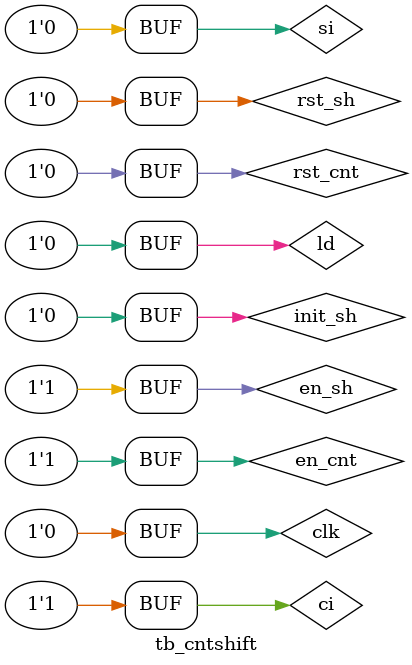
<source format=v>
`timescale 1ns/1ns

module tb_cntshift();
    reg clk = 0 , rst_sh = 0 , en_sh = 1 , si = 0 , rst_cnt = 0 , en_cnt = 1 , ld = 1 , ci = 1 , init_sh = 1;
    wire so , co ;
    wire [7:0] PO_sh;
    
    cnt_shift uut2(.clk(clk) , .rst_sh(rst_sh) , .en_sh(en_sh) , .init_sh(init_sh) , .si(si) , .rst_cnt(rst_cnt) , .en_cnt(en_cnt) , .ld(ld) , .ci(ci) , .so(so) , .co(co) , .PO_sh(PO_sh));
    initial repeat(40) #500 clk = ~clk;
    initial begin
	#600 ld = 0;
	     init_sh = 0;
	#520 si = 1;
	#500 si = 0;
	#700 si = 1;
	#500 si = 0;
	#700 si = 1;
	#700 si = 0;
    end
endmodule
    

</source>
